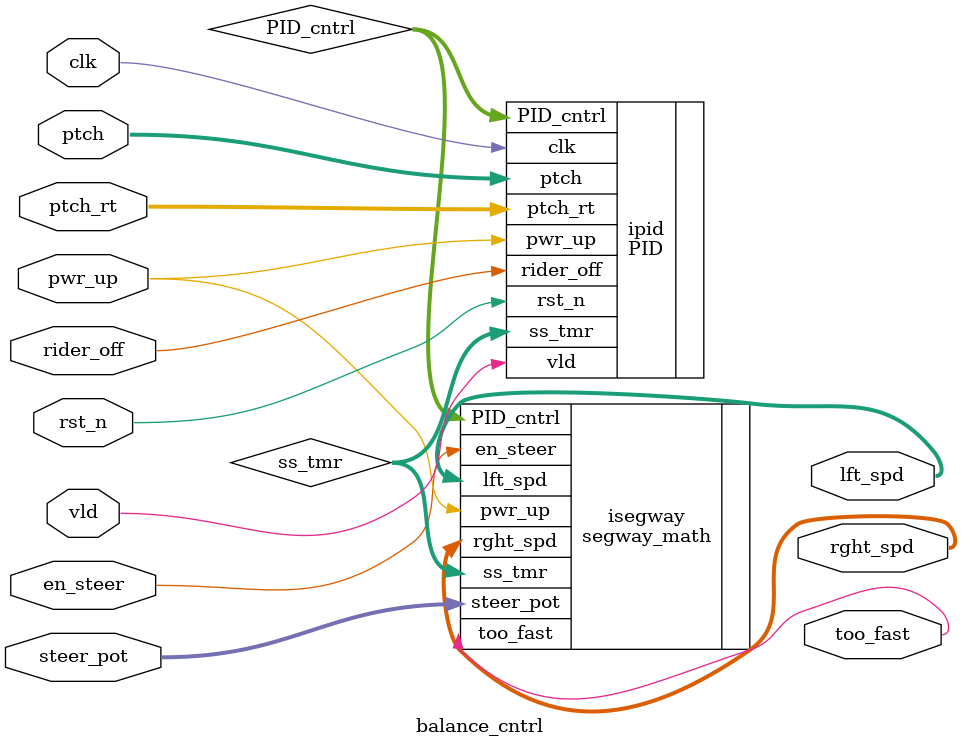
<source format=sv>
module balance_cntrl(input clk, input rst_n, input vld, input signed[15:0]ptch, input signed[15:0]ptch_rt, input pwr_up, input rider_off,
						 input [11:0]steer_pot, input en_steer, output signed[11:0]lft_spd, output signed[11:0]rght_spd, output too_fast);

parameter fast_sim = 1;

logic[11:0] PID_cntrl;
logic[7:0] ss_tmr;

PID #(1)ipid(.ptch(ptch), .ptch_rt(ptch_rt), .clk(clk), .rst_n(rst_n),
				 .vld(vld), .pwr_up(pwr_up), .rider_off(rider_off), .ss_tmr(ss_tmr), .PID_cntrl(PID_cntrl));
				 
segway_math isegway(.ss_tmr(ss_tmr), .PID_cntrl(PID_cntrl), .steer_pot(steer_pot), .en_steer(en_steer), .pwr_up(pwr_up),
			.lft_spd(lft_spd), .rght_spd(rght_spd), .too_fast(too_fast));




endmodule

</source>
